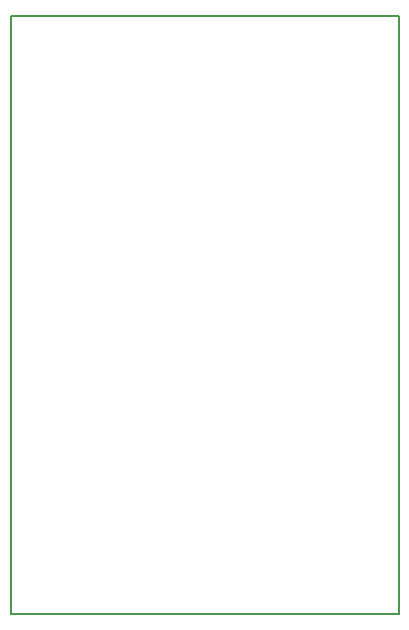
<source format=gbr>
G04 #@! TF.GenerationSoftware,KiCad,Pcbnew,(5.0.0)*
G04 #@! TF.CreationDate,2019-08-02T15:13:00-07:00*
G04 #@! TF.ProjectId,Sequence Controller,53657175656E636520436F6E74726F6C,rev?*
G04 #@! TF.SameCoordinates,Original*
G04 #@! TF.FileFunction,Profile,NP*
%FSLAX46Y46*%
G04 Gerber Fmt 4.6, Leading zero omitted, Abs format (unit mm)*
G04 Created by KiCad (PCBNEW (5.0.0)) date 08/02/19 15:13:00*
%MOMM*%
%LPD*%
G01*
G04 APERTURE LIST*
%ADD10C,0.150000*%
G04 APERTURE END LIST*
D10*
X110290000Y-121190000D02*
X110280000Y-70570000D01*
X143130000Y-121190000D02*
X110290000Y-121190000D01*
X143130000Y-70520000D02*
X143130000Y-121190000D01*
X110290000Y-70520000D02*
X143130000Y-70520000D01*
M02*

</source>
